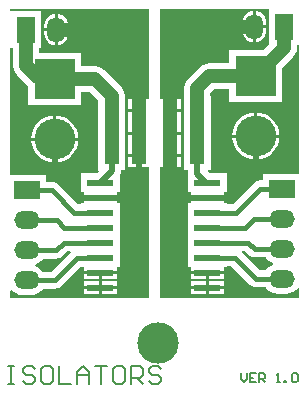
<source format=gtl>
%FSTAX24Y24*%
%MOIN*%
G70*
G01*
G75*
G04 Layer_Physical_Order=1*
G04 Layer_Color=255*
%ADD10R,0.0500X0.0550*%
%ADD11R,0.0910X0.0220*%
%ADD12C,0.0450*%
%ADD13C,0.0200*%
%ADD14C,0.0160*%
%ADD15C,0.0071*%
%ADD16R,0.1360X0.1360*%
%ADD17C,0.1360*%
%ADD18R,0.0850X0.0600*%
%ADD19O,0.0850X0.0600*%
%ADD20O,0.0600X0.0850*%
%ADD21R,0.0600X0.0850*%
%ADD22C,0.1380*%
G36*
X0467Y027556D02*
X046524Y02738D01*
X04537D01*
Y026929D01*
X0447D01*
X044589Y026914D01*
X044486Y026871D01*
X044435Y026833D01*
X044397Y026803D01*
X043997Y026403D01*
X043929Y026314D01*
X043886Y026211D01*
X043871Y0261D01*
Y025825D01*
X04385D01*
Y024875D01*
Y024125D01*
Y023375D01*
X043997D01*
Y02326D01*
X043975D01*
Y02264D01*
X044075D01*
Y0225D01*
X045185D01*
Y02264D01*
X045285D01*
Y02326D01*
X044718D01*
X044649Y023329D01*
X044668Y023375D01*
X04475D01*
Y024125D01*
Y024875D01*
Y025825D01*
X044729D01*
Y025922D01*
X044878Y026071D01*
X04537D01*
Y02562D01*
X04713D01*
Y026774D01*
X047503Y027147D01*
X047571Y027236D01*
X047614Y027339D01*
X047629Y02745D01*
Y027525D01*
X047689D01*
Y023241D01*
X04649D01*
Y023023D01*
X046391D01*
X046318Y023014D01*
X046298Y023005D01*
X046249Y022985D01*
X046191Y02294D01*
X045483Y022232D01*
X045285D01*
Y02226D01*
X045185D01*
Y0224D01*
X044075D01*
Y02226D01*
X043975D01*
Y02164D01*
Y02114D01*
Y02064D01*
Y02014D01*
X044075D01*
Y02D01*
X045185D01*
Y02014D01*
X045285D01*
Y020168D01*
X045433D01*
X04606Y019541D01*
X046118Y019496D01*
X046186Y019468D01*
X046259Y019458D01*
X046576D01*
X046633Y019384D01*
X046738Y019304D01*
X046859Y019254D01*
X04699Y019236D01*
X04724D01*
X04737Y019254D01*
X047492Y019304D01*
X047596Y019384D01*
X047641Y019443D01*
X047689Y019427D01*
Y0191D01*
X043051D01*
Y023475D01*
X04335D01*
Y02385D01*
X0434D01*
Y0239D01*
X04375D01*
Y024225D01*
Y02455D01*
X0434D01*
Y02465D01*
X04375D01*
Y024975D01*
Y0253D01*
X0434D01*
Y02535D01*
X04335D01*
Y025725D01*
X043051D01*
Y028739D01*
X0467D01*
Y027556D01*
D02*
G37*
G36*
X04601Y020541D02*
X046068Y020496D01*
X046116Y020476D01*
X046136Y020468D01*
X046209Y020458D01*
X046576D01*
X046633Y020384D01*
X046738Y020304D01*
X04683Y020266D01*
Y020216D01*
X046738Y020177D01*
X046633Y020097D01*
X046576Y020023D01*
X046376D01*
X045778Y020621D01*
X045797Y020668D01*
X045883D01*
X04601Y020541D01*
D02*
G37*
G36*
X040072Y020621D02*
X039424Y019973D01*
X039153D01*
X039096Y020047D01*
X038992Y020127D01*
X0389Y020166D01*
Y020216D01*
X038992Y020254D01*
X039096Y020334D01*
X039153Y020408D01*
X039591D01*
X039664Y020418D01*
X039684Y020426D01*
X039732Y020446D01*
X03979Y020491D01*
X039967Y020668D01*
X040053D01*
X040072Y020621D01*
D02*
G37*
G36*
X0427Y025725D02*
X0424D01*
Y02535D01*
X04235D01*
Y0253D01*
X042D01*
Y024975D01*
Y02465D01*
X04235D01*
Y02455D01*
X042D01*
Y024225D01*
Y0239D01*
X04235D01*
Y02385D01*
X0424D01*
Y023475D01*
X0427D01*
Y0191D01*
X038061D01*
Y01935D01*
X038109Y019366D01*
X038133Y019334D01*
X038238Y019254D01*
X038359Y019204D01*
X03849Y019186D01*
X03874D01*
X03887Y019204D01*
X038992Y019254D01*
X039096Y019334D01*
X039153Y019408D01*
X039541D01*
X039614Y019418D01*
X039634Y019426D01*
X039682Y019446D01*
X03974Y019491D01*
X040397Y020148D01*
X040415Y02014D01*
Y02014D01*
X040415Y02014D01*
X040515D01*
Y02D01*
X041625D01*
Y02014D01*
X041725D01*
Y02064D01*
Y02114D01*
Y02164D01*
Y02226D01*
X041625D01*
Y0224D01*
X040515D01*
Y02226D01*
X040415D01*
Y022232D01*
X040317D01*
X039659Y02289D01*
X039601Y022935D01*
X039552Y022955D01*
X039532Y022964D01*
X039459Y022973D01*
X03924D01*
Y023191D01*
X038061D01*
Y027425D01*
X0381D01*
Y027425D01*
X038171D01*
Y02685D01*
X038186Y026739D01*
X038229Y026636D01*
X038297Y026547D01*
X03867Y026174D01*
Y02552D01*
X04043D01*
Y025971D01*
X040722D01*
X041Y025694D01*
Y024875D01*
Y024125D01*
Y023375D01*
X041002D01*
X041021Y023329D01*
X040952Y02326D01*
X040415D01*
Y02264D01*
X040515D01*
Y0225D01*
X041625D01*
Y02264D01*
X041725D01*
Y02321D01*
X041742Y023252D01*
X041753Y02333D01*
Y023375D01*
X0419D01*
Y024125D01*
Y024875D01*
Y025825D01*
X041879D01*
Y02585D01*
X041864Y025961D01*
X041821Y026064D01*
X041783Y026115D01*
X041753Y026153D01*
X041203Y026703D01*
X041114Y026771D01*
X041011Y026814D01*
X0409Y026829D01*
X04043D01*
Y02728D01*
X039029D01*
Y027425D01*
X0391D01*
Y028675D01*
X0381D01*
Y028675D01*
X038097D01*
X038061Y02871D01*
Y028739D01*
X0427D01*
Y025725D01*
D02*
G37*
%LPC*%
G36*
X04458Y0199D02*
X044075D01*
Y01974D01*
X04458D01*
Y0199D01*
D02*
G37*
G36*
X041625D02*
X04112D01*
Y01974D01*
X041625D01*
Y0199D01*
D02*
G37*
G36*
X045185D02*
X04468D01*
Y01974D01*
X045185D01*
Y0199D01*
D02*
G37*
G36*
X0423Y0238D02*
X042D01*
Y023475D01*
X0423D01*
Y0238D01*
D02*
G37*
G36*
X04375D02*
X04345D01*
Y023475D01*
X04375D01*
Y0238D01*
D02*
G37*
G36*
X04458Y0194D02*
X044075D01*
Y01924D01*
X04458D01*
Y0194D01*
D02*
G37*
G36*
X045185D02*
X04468D01*
Y01924D01*
X045185D01*
Y0194D01*
D02*
G37*
G36*
X04102D02*
X040515D01*
Y01924D01*
X04102D01*
Y0194D01*
D02*
G37*
G36*
X041625D02*
X04112D01*
Y01924D01*
X041625D01*
Y0194D01*
D02*
G37*
G36*
X04102Y01966D02*
X040515D01*
Y0195D01*
X04102D01*
Y01966D01*
D02*
G37*
G36*
X045185D02*
X04468D01*
Y0195D01*
X045185D01*
Y01966D01*
D02*
G37*
G36*
X04102Y0199D02*
X040515D01*
Y01974D01*
X04102D01*
Y0199D01*
D02*
G37*
G36*
X041625Y01966D02*
X04112D01*
Y0195D01*
X041625D01*
Y01966D01*
D02*
G37*
G36*
X04458D02*
X044075D01*
Y0195D01*
X04458D01*
Y01966D01*
D02*
G37*
G36*
X040003Y028D02*
X03965D01*
Y027528D01*
X039704Y027535D01*
X039802Y027576D01*
X039885Y02764D01*
X039949Y027723D01*
X03999Y027821D01*
X040003Y027925D01*
Y028D01*
D02*
G37*
G36*
X04615Y0281D02*
X045797D01*
Y028025D01*
X04581Y027921D01*
X045851Y027823D01*
X045915Y02774D01*
X045998Y027676D01*
X046096Y027635D01*
X04615Y027628D01*
Y0281D01*
D02*
G37*
G36*
X04375Y025725D02*
X04345D01*
Y0254D01*
X04375D01*
Y025725D01*
D02*
G37*
G36*
X03955Y028D02*
X039197D01*
Y027925D01*
X03921Y027821D01*
X039251Y027723D01*
X039315Y02764D01*
X039398Y027576D01*
X039496Y027535D01*
X03955Y027528D01*
Y028D01*
D02*
G37*
G36*
X046603Y0281D02*
X04625D01*
Y027628D01*
X046304Y027635D01*
X046402Y027676D01*
X046485Y02774D01*
X046549Y027823D01*
X04659Y027921D01*
X046603Y028025D01*
Y0281D01*
D02*
G37*
G36*
X04615Y028672D02*
X046096Y028665D01*
X045998Y028624D01*
X045915Y02856D01*
X045851Y028477D01*
X04581Y028379D01*
X045797Y028275D01*
Y0282D01*
X04615D01*
Y028672D01*
D02*
G37*
G36*
X04625D02*
Y0282D01*
X046603D01*
Y028275D01*
X04659Y028379D01*
X046549Y028477D01*
X046485Y02856D01*
X046402Y028624D01*
X046304Y028665D01*
X04625Y028672D01*
D02*
G37*
G36*
X03955Y028572D02*
X039496Y028565D01*
X039398Y028524D01*
X039315Y02846D01*
X039251Y028377D01*
X03921Y028279D01*
X039197Y028175D01*
Y0281D01*
X03955D01*
Y028572D01*
D02*
G37*
G36*
X03965D02*
Y0281D01*
X040003D01*
Y028175D01*
X03999Y028279D01*
X039949Y028377D01*
X039885Y02846D01*
X039802Y028524D01*
X039704Y028565D01*
X03965Y028572D01*
D02*
G37*
G36*
X0462Y02445D02*
X045471D01*
X045481Y024347D01*
X045526Y0242D01*
X045598Y024065D01*
X045696Y023946D01*
X045815Y023848D01*
X04595Y023776D01*
X046097Y023731D01*
X0462Y023721D01*
Y02445D01*
D02*
G37*
G36*
X047029D02*
X0463D01*
Y023721D01*
X046403Y023731D01*
X04655Y023776D01*
X046685Y023848D01*
X046804Y023946D01*
X046902Y024065D01*
X046974Y0242D01*
X047019Y024347D01*
X047029Y02445D01*
D02*
G37*
G36*
X0395Y02435D02*
X038771D01*
X038781Y024247D01*
X038826Y0241D01*
X038898Y023965D01*
X038996Y023846D01*
X039115Y023748D01*
X03925Y023676D01*
X039397Y023631D01*
X0395Y023621D01*
Y02435D01*
D02*
G37*
G36*
X040329D02*
X0396D01*
Y023621D01*
X039703Y023631D01*
X03985Y023676D01*
X039985Y023748D01*
X040104Y023846D01*
X040202Y023965D01*
X040274Y0241D01*
X040319Y024247D01*
X040329Y02435D01*
D02*
G37*
G36*
X0395Y025179D02*
X039397Y025169D01*
X03925Y025124D01*
X039115Y025052D01*
X038996Y024954D01*
X038898Y024835D01*
X038826Y0247D01*
X038781Y024553D01*
X038771Y02445D01*
X0395D01*
Y025179D01*
D02*
G37*
G36*
X0463Y025279D02*
Y02455D01*
X047029D01*
X047019Y024653D01*
X046974Y0248D01*
X046902Y024935D01*
X046804Y025054D01*
X046685Y025152D01*
X04655Y025224D01*
X046403Y025269D01*
X0463Y025279D01*
D02*
G37*
G36*
X0423Y025725D02*
X042D01*
Y0254D01*
X0423D01*
Y025725D01*
D02*
G37*
G36*
X0396Y025179D02*
Y02445D01*
X040329D01*
X040319Y024553D01*
X040274Y0247D01*
X040202Y024835D01*
X040104Y024954D01*
X039985Y025052D01*
X03985Y025124D01*
X039703Y025169D01*
X0396Y025179D01*
D02*
G37*
G36*
X0462Y025279D02*
X046097Y025269D01*
X04595Y025224D01*
X045815Y025152D01*
X045696Y025054D01*
X045598Y024935D01*
X045526Y0248D01*
X045481Y024653D01*
X045471Y02455D01*
X0462D01*
Y025279D01*
D02*
G37*
%LPD*%
D10*
X0443Y02385D02*
D03*
X0434D02*
D03*
X0443Y0246D02*
D03*
X0434D02*
D03*
X0443Y02535D02*
D03*
X0434D02*
D03*
X04145Y02385D02*
D03*
X04235D02*
D03*
X04145Y02535D02*
D03*
X04235D02*
D03*
X04145Y0246D02*
D03*
X04235D02*
D03*
D11*
X04463Y02295D02*
D03*
Y02245D02*
D03*
Y02195D02*
D03*
Y02145D02*
D03*
Y02095D02*
D03*
Y02045D02*
D03*
Y01995D02*
D03*
Y01945D02*
D03*
X04107D02*
D03*
Y01995D02*
D03*
Y02045D02*
D03*
Y02095D02*
D03*
Y02145D02*
D03*
Y02195D02*
D03*
Y02245D02*
D03*
Y02295D02*
D03*
D12*
X03905Y0264D02*
X0409D01*
X0386Y02685D02*
X03905Y0264D01*
X0409D02*
X04145Y02585D01*
X0434Y0228D02*
Y02385D01*
X04235Y02535D02*
Y0276D01*
X0419Y02805D02*
X04235Y0276D01*
X0396Y02805D02*
X0419D01*
X04435Y02815D02*
X0462D01*
X0434Y0272D02*
X04435Y02815D01*
X0434Y02535D02*
Y0272D01*
Y02385D02*
Y0246D01*
Y02535D01*
X04235Y02385D02*
Y0246D01*
Y02535D01*
X04625Y0265D02*
X0472Y02745D01*
Y02815D01*
X0386Y02685D02*
Y02805D01*
X0443Y02385D02*
Y0246D01*
Y02535D01*
Y0261D01*
X0447Y0265D01*
X04625D01*
X04145Y02385D02*
Y0246D01*
Y02535D01*
Y02585D01*
D13*
X03955Y02335D02*
Y0244D01*
X04375Y02245D02*
X04463D01*
X0434Y0228D02*
X04375Y02245D01*
X04625Y0234D02*
Y0245D01*
X0453Y02245D02*
X04625Y0234D01*
X04463Y02245D02*
X0453D01*
X04235Y02285D02*
Y02385D01*
X04195Y02245D02*
X04235Y02285D01*
X04107Y02245D02*
X04195D01*
X04045D02*
X04107D01*
X03955Y02335D02*
X04045Y02245D01*
X0446Y02295D02*
X04463D01*
X0443Y02325D02*
X0446Y02295D01*
X0443Y02325D02*
Y02385D01*
X04107Y02295D02*
X04145Y02333D01*
Y02385D01*
D14*
X04463Y02045D02*
X04555D01*
X046259Y019741D01*
X047115D01*
X04463Y02095D02*
X046D01*
X046209Y020741D01*
X047115D01*
X04463Y02145D02*
X0459D01*
X046191Y021741D01*
X047115D01*
X04463Y02195D02*
X0456D01*
X046391Y022741D01*
X047115D01*
X0403Y02045D02*
X04107D01*
X039541Y019691D02*
X0403Y02045D01*
X038615Y019691D02*
X039541D01*
X03985Y02095D02*
X04107D01*
X039591Y020691D02*
X03985Y02095D01*
X038615Y020691D02*
X039591D01*
X03985Y02145D02*
X04107D01*
X039609Y021691D02*
X03985Y02145D01*
X038615Y021691D02*
X039609D01*
X0402Y02195D02*
X04107D01*
X039459Y022691D02*
X0402Y02195D01*
X038615Y022691D02*
X039459D01*
D15*
X038Y01685D02*
X0382D01*
X0381D01*
Y01625D01*
X038D01*
X0382D01*
X0389Y01675D02*
X0388Y01685D01*
X0386D01*
X0385Y01675D01*
Y01665D01*
X0386Y01655D01*
X0388D01*
X0389Y01645D01*
Y01635D01*
X0388Y01625D01*
X0386D01*
X0385Y01635D01*
X0394Y01685D02*
X0392D01*
X0391Y01675D01*
Y01635D01*
X0392Y01625D01*
X0394D01*
X0395Y01635D01*
Y01675D01*
X0394Y01685D01*
X039699D02*
Y01625D01*
X040099D01*
X040299D02*
Y01665D01*
X040499Y01685D01*
X040699Y01665D01*
Y01625D01*
Y01655D01*
X040299D01*
X040899Y01685D02*
X041299D01*
X041099D01*
Y01625D01*
X041799Y01685D02*
X041599D01*
X041499Y01675D01*
Y01635D01*
X041599Y01625D01*
X041799D01*
X041899Y01635D01*
Y01675D01*
X041799Y01685D01*
X042099Y01625D02*
Y01685D01*
X042399D01*
X042499Y01675D01*
Y01655D01*
X042399Y01645D01*
X042099D01*
X042299D02*
X042499Y01625D01*
X043098Y01675D02*
X042998Y01685D01*
X042798D01*
X042698Y01675D01*
Y01665D01*
X042798Y01655D01*
X042998D01*
X043098Y01645D01*
Y01635D01*
X042998Y01625D01*
X042798D01*
X042698Y01635D01*
X04575Y0166D02*
Y0164D01*
X04585Y0163D01*
X04595Y0164D01*
Y0166D01*
X04625D02*
X04605D01*
Y0163D01*
X04625D01*
X04605Y01645D02*
X04615D01*
X04635Y0163D02*
Y0166D01*
X0465D01*
X04655Y01655D01*
Y01645D01*
X0465Y0164D01*
X04635D01*
X04645D02*
X04655Y0163D01*
X04695D02*
X04705D01*
X047D01*
Y0166D01*
X04695Y01655D01*
X0472Y0163D02*
Y01635D01*
X04725D01*
Y0163D01*
X0472D01*
X047449Y01655D02*
X047499Y0166D01*
X047599D01*
X047649Y01655D01*
Y01635D01*
X047599Y0163D01*
X047499D01*
X047449Y01635D01*
Y01655D01*
D16*
X03955Y0264D02*
D03*
X04625Y0265D02*
D03*
D17*
X03955Y0244D02*
D03*
X04625Y0245D02*
D03*
D18*
X038615Y022691D02*
D03*
X047115Y022741D02*
D03*
D19*
X038615Y021691D02*
D03*
Y020691D02*
D03*
Y019691D02*
D03*
X047115Y021741D02*
D03*
Y020741D02*
D03*
Y019741D02*
D03*
D20*
X0462Y02815D02*
D03*
X0396Y02805D02*
D03*
D21*
X0472Y02815D02*
D03*
X0386Y02805D02*
D03*
D22*
X043Y0176D02*
D03*
M02*

</source>
